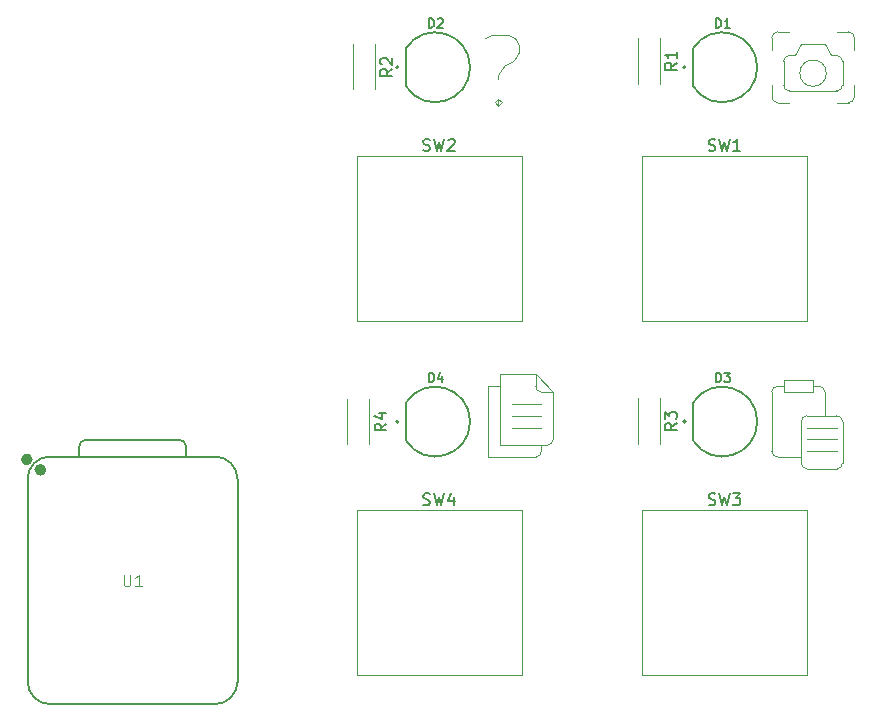
<source format=gbr>
%TF.GenerationSoftware,KiCad,Pcbnew,9.0.6*%
%TF.CreationDate,2025-11-18T20:58:22+00:00*%
%TF.ProjectId,pathfinderKey-Cuts,70617468-6669-46e6-9465-724b65792d43,rev?*%
%TF.SameCoordinates,Original*%
%TF.FileFunction,Legend,Top*%
%TF.FilePolarity,Positive*%
%FSLAX46Y46*%
G04 Gerber Fmt 4.6, Leading zero omitted, Abs format (unit mm)*
G04 Created by KiCad (PCBNEW 9.0.6) date 2025-11-18 20:58:22*
%MOMM*%
%LPD*%
G01*
G04 APERTURE LIST*
%ADD10C,0.100000*%
%ADD11C,0.150000*%
%ADD12C,0.101600*%
%ADD13C,0.120000*%
%ADD14C,0.127000*%
%ADD15C,0.200000*%
%ADD16C,0.504000*%
G04 APERTURE END LIST*
D10*
X192500000Y-117500000D02*
X194000000Y-117500000D01*
X191500000Y-85000000D02*
X193500000Y-85000000D01*
X194500000Y-117500000D02*
X194000000Y-117500000D01*
X195000000Y-87000000D02*
X195000000Y-86500000D01*
X170500000Y-118000000D02*
X170500000Y-118500000D01*
X189000000Y-84500000D02*
X189000000Y-85500000D01*
X193618034Y-87500000D02*
G75*
G02*
X191381966Y-87500000I-1118034J0D01*
G01*
X191381966Y-87500000D02*
G75*
G02*
X193618034Y-87500000I1118034J0D01*
G01*
X191500000Y-117000000D02*
G75*
G02*
X192000000Y-116500000I500000J0D01*
G01*
X195000000Y-120000000D02*
X195000000Y-120500000D01*
X166000000Y-114000000D02*
X166000000Y-113000000D01*
X190000000Y-114500000D02*
X190000000Y-113500000D01*
X192000000Y-121000000D02*
G75*
G02*
X191500000Y-120500000I0J500000D01*
G01*
X193500000Y-116500000D02*
X192000000Y-116500000D01*
X193500000Y-114500000D02*
X193500000Y-116500000D01*
X166000000Y-115000000D02*
X166000000Y-119000000D01*
X194500000Y-116500000D02*
G75*
G02*
X195000000Y-117000000I0J-500000D01*
G01*
X189000000Y-88500000D02*
X189000000Y-89500000D01*
X190000000Y-113500000D02*
X191500000Y-113500000D01*
X169500000Y-119000000D02*
X169500000Y-119500000D01*
X193500000Y-85000000D02*
X194000000Y-86000000D01*
X166000000Y-113000000D02*
X169000000Y-113000000D01*
X192500000Y-114000000D02*
X193000000Y-114000000D01*
X194500000Y-119500000D02*
X194000000Y-119500000D01*
X195000000Y-88500000D02*
G75*
G02*
X194500000Y-89000000I-500000J0D01*
G01*
X192500000Y-113500000D02*
X192500000Y-114500000D01*
X190500000Y-89000000D02*
G75*
G02*
X190000000Y-88500000I0J500000D01*
G01*
X192500000Y-118500000D02*
X194000000Y-118500000D01*
X170500000Y-118500000D02*
G75*
G02*
X170000000Y-119000000I-500000J0D01*
G01*
X189500000Y-90000000D02*
X190500000Y-90000000D01*
X169000000Y-113500000D02*
X169000000Y-114000000D01*
X194500000Y-118500000D02*
X194000000Y-118500000D01*
X189500000Y-120000000D02*
X191500000Y-120000000D01*
X195000000Y-120500000D02*
G75*
G02*
X194500000Y-121000000I-500000J0D01*
G01*
X196000000Y-88500000D02*
X196000000Y-89500000D01*
X192000000Y-119500000D02*
X192500000Y-119500000D01*
X195500000Y-84000000D02*
G75*
G02*
X196000000Y-84500000I0J-500000D01*
G01*
X165000000Y-114000000D02*
X165000000Y-120000000D01*
X169000000Y-113000000D02*
X169000000Y-113500000D01*
X167000000Y-116500000D02*
X169500000Y-116500000D01*
X191000000Y-86000000D02*
X191500000Y-85000000D01*
X166000000Y-113000000D02*
X166000000Y-114000000D01*
X189000000Y-114500000D02*
G75*
G02*
X189500000Y-114000000I500000J0D01*
G01*
X196000000Y-84500000D02*
X196000000Y-85500000D01*
X170500000Y-118000000D02*
X170500000Y-114500000D01*
X189500000Y-114000000D02*
X190000000Y-114000000D01*
X189500000Y-90000000D02*
G75*
G02*
X189000000Y-89500000I0J500000D01*
G01*
X190000000Y-86500000D02*
G75*
G02*
X190500000Y-86000000I500000J0D01*
G01*
X167000000Y-115500000D02*
X169500000Y-115500000D01*
X170000000Y-114500000D02*
X169500000Y-114500000D01*
X193500000Y-116500000D02*
X194500000Y-116500000D01*
X192000000Y-117500000D02*
X192500000Y-117500000D01*
X191500000Y-113500000D02*
X192500000Y-113500000D01*
X169500000Y-119500000D02*
X169500000Y-119000000D01*
X195500000Y-90000000D02*
X194500000Y-90000000D01*
X193000000Y-114000000D02*
G75*
G02*
X193500000Y-114500000I0J-500000D01*
G01*
X194000000Y-86000000D02*
X194500000Y-86000000D01*
X192500000Y-119500000D02*
X194000000Y-119500000D01*
X170000000Y-119000000D02*
X169500000Y-119000000D01*
X165000000Y-120000000D02*
X168500000Y-120000000D01*
X192000000Y-118500000D02*
X192500000Y-118500000D01*
X195000000Y-117000000D02*
X195000000Y-120000000D01*
X169500000Y-114500000D02*
G75*
G02*
X169000000Y-114000000I0J500000D01*
G01*
X190500000Y-86000000D02*
X191000000Y-86000000D01*
X165000000Y-114000000D02*
X166000000Y-114000000D01*
X166000000Y-115000000D02*
X166000000Y-114000000D01*
X190000000Y-87000000D02*
X190000000Y-88500000D01*
X195000000Y-87000000D02*
X195000000Y-88500000D01*
X194500000Y-86000000D02*
G75*
G02*
X195000000Y-86500000I0J-500000D01*
G01*
X191500000Y-120000000D02*
X191500000Y-117000000D01*
X166000000Y-119000000D02*
X169500000Y-119000000D01*
X195500000Y-84000000D02*
X195000000Y-84000000D01*
X189000000Y-84500000D02*
G75*
G02*
X189500000Y-84000000I500000J0D01*
G01*
X194500000Y-84000000D02*
X195000000Y-84000000D01*
X190500000Y-89000000D02*
X194500000Y-89000000D01*
X191500000Y-120000000D02*
X191500000Y-120500000D01*
X167000000Y-117500000D02*
X169500000Y-117500000D01*
X192500000Y-114500000D02*
X190000000Y-114500000D01*
X169500000Y-119500000D02*
G75*
G02*
X169000000Y-120000000I-500000J0D01*
G01*
X189500000Y-120000000D02*
G75*
G02*
X189000000Y-119500000I0J500000D01*
G01*
X190000000Y-87000000D02*
X190000000Y-86500000D01*
X190500000Y-84000000D02*
X189500000Y-84000000D01*
X168500000Y-120000000D02*
X169000000Y-120000000D01*
X196000000Y-89500000D02*
G75*
G02*
X195500000Y-90000000I-500000J0D01*
G01*
X169000000Y-113000000D02*
X170500000Y-114500000D01*
X189000000Y-114500000D02*
X189000000Y-119500000D01*
X170500000Y-114500000D02*
X170000000Y-114500000D01*
X192000000Y-121000000D02*
X194500000Y-121000000D01*
X165851503Y-89689085D02*
X166137217Y-89974800D01*
X166137217Y-89974800D02*
X165851503Y-90260514D01*
X165851503Y-90260514D02*
X165565789Y-89974800D01*
X165565789Y-89974800D02*
X165851503Y-89689085D01*
X165851503Y-89689085D02*
X165851503Y-90260514D01*
X164708646Y-84546228D02*
X165280074Y-84260514D01*
X165280074Y-84260514D02*
X166708646Y-84260514D01*
X166708646Y-84260514D02*
X167280074Y-84546228D01*
X167280074Y-84546228D02*
X167565789Y-85117657D01*
X167565789Y-85117657D02*
X167565789Y-85689085D01*
X167565789Y-85689085D02*
X167280074Y-86260514D01*
X167280074Y-86260514D02*
X166994360Y-86546228D01*
X166994360Y-86546228D02*
X166422931Y-86831942D01*
X166422931Y-86831942D02*
X166137217Y-87117657D01*
X166137217Y-87117657D02*
X165851503Y-87689085D01*
X165851503Y-87689085D02*
X165851503Y-87974800D01*
D11*
X156874819Y-87126666D02*
X156398628Y-87459999D01*
X156874819Y-87698094D02*
X155874819Y-87698094D01*
X155874819Y-87698094D02*
X155874819Y-87317142D01*
X155874819Y-87317142D02*
X155922438Y-87221904D01*
X155922438Y-87221904D02*
X155970057Y-87174285D01*
X155970057Y-87174285D02*
X156065295Y-87126666D01*
X156065295Y-87126666D02*
X156208152Y-87126666D01*
X156208152Y-87126666D02*
X156303390Y-87174285D01*
X156303390Y-87174285D02*
X156351009Y-87221904D01*
X156351009Y-87221904D02*
X156398628Y-87317142D01*
X156398628Y-87317142D02*
X156398628Y-87698094D01*
X155970057Y-86745713D02*
X155922438Y-86698094D01*
X155922438Y-86698094D02*
X155874819Y-86602856D01*
X155874819Y-86602856D02*
X155874819Y-86364761D01*
X155874819Y-86364761D02*
X155922438Y-86269523D01*
X155922438Y-86269523D02*
X155970057Y-86221904D01*
X155970057Y-86221904D02*
X156065295Y-86174285D01*
X156065295Y-86174285D02*
X156160533Y-86174285D01*
X156160533Y-86174285D02*
X156303390Y-86221904D01*
X156303390Y-86221904D02*
X156874819Y-86793332D01*
X156874819Y-86793332D02*
X156874819Y-86174285D01*
X180954819Y-117126666D02*
X180478628Y-117459999D01*
X180954819Y-117698094D02*
X179954819Y-117698094D01*
X179954819Y-117698094D02*
X179954819Y-117317142D01*
X179954819Y-117317142D02*
X180002438Y-117221904D01*
X180002438Y-117221904D02*
X180050057Y-117174285D01*
X180050057Y-117174285D02*
X180145295Y-117126666D01*
X180145295Y-117126666D02*
X180288152Y-117126666D01*
X180288152Y-117126666D02*
X180383390Y-117174285D01*
X180383390Y-117174285D02*
X180431009Y-117221904D01*
X180431009Y-117221904D02*
X180478628Y-117317142D01*
X180478628Y-117317142D02*
X180478628Y-117698094D01*
X179954819Y-116793332D02*
X179954819Y-116174285D01*
X179954819Y-116174285D02*
X180335771Y-116507618D01*
X180335771Y-116507618D02*
X180335771Y-116364761D01*
X180335771Y-116364761D02*
X180383390Y-116269523D01*
X180383390Y-116269523D02*
X180431009Y-116221904D01*
X180431009Y-116221904D02*
X180526247Y-116174285D01*
X180526247Y-116174285D02*
X180764342Y-116174285D01*
X180764342Y-116174285D02*
X180859580Y-116221904D01*
X180859580Y-116221904D02*
X180907200Y-116269523D01*
X180907200Y-116269523D02*
X180954819Y-116364761D01*
X180954819Y-116364761D02*
X180954819Y-116650475D01*
X180954819Y-116650475D02*
X180907200Y-116745713D01*
X180907200Y-116745713D02*
X180859580Y-116793332D01*
X183666667Y-94033200D02*
X183809524Y-94080819D01*
X183809524Y-94080819D02*
X184047619Y-94080819D01*
X184047619Y-94080819D02*
X184142857Y-94033200D01*
X184142857Y-94033200D02*
X184190476Y-93985580D01*
X184190476Y-93985580D02*
X184238095Y-93890342D01*
X184238095Y-93890342D02*
X184238095Y-93795104D01*
X184238095Y-93795104D02*
X184190476Y-93699866D01*
X184190476Y-93699866D02*
X184142857Y-93652247D01*
X184142857Y-93652247D02*
X184047619Y-93604628D01*
X184047619Y-93604628D02*
X183857143Y-93557009D01*
X183857143Y-93557009D02*
X183761905Y-93509390D01*
X183761905Y-93509390D02*
X183714286Y-93461771D01*
X183714286Y-93461771D02*
X183666667Y-93366533D01*
X183666667Y-93366533D02*
X183666667Y-93271295D01*
X183666667Y-93271295D02*
X183714286Y-93176057D01*
X183714286Y-93176057D02*
X183761905Y-93128438D01*
X183761905Y-93128438D02*
X183857143Y-93080819D01*
X183857143Y-93080819D02*
X184095238Y-93080819D01*
X184095238Y-93080819D02*
X184238095Y-93128438D01*
X184571429Y-93080819D02*
X184809524Y-94080819D01*
X184809524Y-94080819D02*
X185000000Y-93366533D01*
X185000000Y-93366533D02*
X185190476Y-94080819D01*
X185190476Y-94080819D02*
X185428572Y-93080819D01*
X186333333Y-94080819D02*
X185761905Y-94080819D01*
X186047619Y-94080819D02*
X186047619Y-93080819D01*
X186047619Y-93080819D02*
X185952381Y-93223676D01*
X185952381Y-93223676D02*
X185857143Y-93318914D01*
X185857143Y-93318914D02*
X185761905Y-93366533D01*
X159949524Y-83654295D02*
X159949524Y-82854295D01*
X159949524Y-82854295D02*
X160140000Y-82854295D01*
X160140000Y-82854295D02*
X160254286Y-82892390D01*
X160254286Y-82892390D02*
X160330476Y-82968580D01*
X160330476Y-82968580D02*
X160368571Y-83044771D01*
X160368571Y-83044771D02*
X160406667Y-83197152D01*
X160406667Y-83197152D02*
X160406667Y-83311438D01*
X160406667Y-83311438D02*
X160368571Y-83463819D01*
X160368571Y-83463819D02*
X160330476Y-83540009D01*
X160330476Y-83540009D02*
X160254286Y-83616200D01*
X160254286Y-83616200D02*
X160140000Y-83654295D01*
X160140000Y-83654295D02*
X159949524Y-83654295D01*
X160711428Y-82930485D02*
X160749524Y-82892390D01*
X160749524Y-82892390D02*
X160825714Y-82854295D01*
X160825714Y-82854295D02*
X161016190Y-82854295D01*
X161016190Y-82854295D02*
X161092381Y-82892390D01*
X161092381Y-82892390D02*
X161130476Y-82930485D01*
X161130476Y-82930485D02*
X161168571Y-83006676D01*
X161168571Y-83006676D02*
X161168571Y-83082866D01*
X161168571Y-83082866D02*
X161130476Y-83197152D01*
X161130476Y-83197152D02*
X160673333Y-83654295D01*
X160673333Y-83654295D02*
X161168571Y-83654295D01*
X183666667Y-124033200D02*
X183809524Y-124080819D01*
X183809524Y-124080819D02*
X184047619Y-124080819D01*
X184047619Y-124080819D02*
X184142857Y-124033200D01*
X184142857Y-124033200D02*
X184190476Y-123985580D01*
X184190476Y-123985580D02*
X184238095Y-123890342D01*
X184238095Y-123890342D02*
X184238095Y-123795104D01*
X184238095Y-123795104D02*
X184190476Y-123699866D01*
X184190476Y-123699866D02*
X184142857Y-123652247D01*
X184142857Y-123652247D02*
X184047619Y-123604628D01*
X184047619Y-123604628D02*
X183857143Y-123557009D01*
X183857143Y-123557009D02*
X183761905Y-123509390D01*
X183761905Y-123509390D02*
X183714286Y-123461771D01*
X183714286Y-123461771D02*
X183666667Y-123366533D01*
X183666667Y-123366533D02*
X183666667Y-123271295D01*
X183666667Y-123271295D02*
X183714286Y-123176057D01*
X183714286Y-123176057D02*
X183761905Y-123128438D01*
X183761905Y-123128438D02*
X183857143Y-123080819D01*
X183857143Y-123080819D02*
X184095238Y-123080819D01*
X184095238Y-123080819D02*
X184238095Y-123128438D01*
X184571429Y-123080819D02*
X184809524Y-124080819D01*
X184809524Y-124080819D02*
X185000000Y-123366533D01*
X185000000Y-123366533D02*
X185190476Y-124080819D01*
X185190476Y-124080819D02*
X185428572Y-123080819D01*
X185714286Y-123080819D02*
X186333333Y-123080819D01*
X186333333Y-123080819D02*
X186000000Y-123461771D01*
X186000000Y-123461771D02*
X186142857Y-123461771D01*
X186142857Y-123461771D02*
X186238095Y-123509390D01*
X186238095Y-123509390D02*
X186285714Y-123557009D01*
X186285714Y-123557009D02*
X186333333Y-123652247D01*
X186333333Y-123652247D02*
X186333333Y-123890342D01*
X186333333Y-123890342D02*
X186285714Y-123985580D01*
X186285714Y-123985580D02*
X186238095Y-124033200D01*
X186238095Y-124033200D02*
X186142857Y-124080819D01*
X186142857Y-124080819D02*
X185857143Y-124080819D01*
X185857143Y-124080819D02*
X185761905Y-124033200D01*
X185761905Y-124033200D02*
X185714286Y-123985580D01*
X159495667Y-124033200D02*
X159638524Y-124080819D01*
X159638524Y-124080819D02*
X159876619Y-124080819D01*
X159876619Y-124080819D02*
X159971857Y-124033200D01*
X159971857Y-124033200D02*
X160019476Y-123985580D01*
X160019476Y-123985580D02*
X160067095Y-123890342D01*
X160067095Y-123890342D02*
X160067095Y-123795104D01*
X160067095Y-123795104D02*
X160019476Y-123699866D01*
X160019476Y-123699866D02*
X159971857Y-123652247D01*
X159971857Y-123652247D02*
X159876619Y-123604628D01*
X159876619Y-123604628D02*
X159686143Y-123557009D01*
X159686143Y-123557009D02*
X159590905Y-123509390D01*
X159590905Y-123509390D02*
X159543286Y-123461771D01*
X159543286Y-123461771D02*
X159495667Y-123366533D01*
X159495667Y-123366533D02*
X159495667Y-123271295D01*
X159495667Y-123271295D02*
X159543286Y-123176057D01*
X159543286Y-123176057D02*
X159590905Y-123128438D01*
X159590905Y-123128438D02*
X159686143Y-123080819D01*
X159686143Y-123080819D02*
X159924238Y-123080819D01*
X159924238Y-123080819D02*
X160067095Y-123128438D01*
X160400429Y-123080819D02*
X160638524Y-124080819D01*
X160638524Y-124080819D02*
X160829000Y-123366533D01*
X160829000Y-123366533D02*
X161019476Y-124080819D01*
X161019476Y-124080819D02*
X161257572Y-123080819D01*
X162067095Y-123414152D02*
X162067095Y-124080819D01*
X161829000Y-123033200D02*
X161590905Y-123747485D01*
X161590905Y-123747485D02*
X162209952Y-123747485D01*
X180954819Y-86626666D02*
X180478628Y-86959999D01*
X180954819Y-87198094D02*
X179954819Y-87198094D01*
X179954819Y-87198094D02*
X179954819Y-86817142D01*
X179954819Y-86817142D02*
X180002438Y-86721904D01*
X180002438Y-86721904D02*
X180050057Y-86674285D01*
X180050057Y-86674285D02*
X180145295Y-86626666D01*
X180145295Y-86626666D02*
X180288152Y-86626666D01*
X180288152Y-86626666D02*
X180383390Y-86674285D01*
X180383390Y-86674285D02*
X180431009Y-86721904D01*
X180431009Y-86721904D02*
X180478628Y-86817142D01*
X180478628Y-86817142D02*
X180478628Y-87198094D01*
X180954819Y-85674285D02*
X180954819Y-86245713D01*
X180954819Y-85959999D02*
X179954819Y-85959999D01*
X179954819Y-85959999D02*
X180097676Y-86055237D01*
X180097676Y-86055237D02*
X180192914Y-86150475D01*
X180192914Y-86150475D02*
X180240533Y-86245713D01*
X159949524Y-113654295D02*
X159949524Y-112854295D01*
X159949524Y-112854295D02*
X160140000Y-112854295D01*
X160140000Y-112854295D02*
X160254286Y-112892390D01*
X160254286Y-112892390D02*
X160330476Y-112968580D01*
X160330476Y-112968580D02*
X160368571Y-113044771D01*
X160368571Y-113044771D02*
X160406667Y-113197152D01*
X160406667Y-113197152D02*
X160406667Y-113311438D01*
X160406667Y-113311438D02*
X160368571Y-113463819D01*
X160368571Y-113463819D02*
X160330476Y-113540009D01*
X160330476Y-113540009D02*
X160254286Y-113616200D01*
X160254286Y-113616200D02*
X160140000Y-113654295D01*
X160140000Y-113654295D02*
X159949524Y-113654295D01*
X161092381Y-113120961D02*
X161092381Y-113654295D01*
X160901905Y-112816200D02*
X160711428Y-113387628D01*
X160711428Y-113387628D02*
X161206667Y-113387628D01*
X159495667Y-94033200D02*
X159638524Y-94080819D01*
X159638524Y-94080819D02*
X159876619Y-94080819D01*
X159876619Y-94080819D02*
X159971857Y-94033200D01*
X159971857Y-94033200D02*
X160019476Y-93985580D01*
X160019476Y-93985580D02*
X160067095Y-93890342D01*
X160067095Y-93890342D02*
X160067095Y-93795104D01*
X160067095Y-93795104D02*
X160019476Y-93699866D01*
X160019476Y-93699866D02*
X159971857Y-93652247D01*
X159971857Y-93652247D02*
X159876619Y-93604628D01*
X159876619Y-93604628D02*
X159686143Y-93557009D01*
X159686143Y-93557009D02*
X159590905Y-93509390D01*
X159590905Y-93509390D02*
X159543286Y-93461771D01*
X159543286Y-93461771D02*
X159495667Y-93366533D01*
X159495667Y-93366533D02*
X159495667Y-93271295D01*
X159495667Y-93271295D02*
X159543286Y-93176057D01*
X159543286Y-93176057D02*
X159590905Y-93128438D01*
X159590905Y-93128438D02*
X159686143Y-93080819D01*
X159686143Y-93080819D02*
X159924238Y-93080819D01*
X159924238Y-93080819D02*
X160067095Y-93128438D01*
X160400429Y-93080819D02*
X160638524Y-94080819D01*
X160638524Y-94080819D02*
X160829000Y-93366533D01*
X160829000Y-93366533D02*
X161019476Y-94080819D01*
X161019476Y-94080819D02*
X161257572Y-93080819D01*
X161590905Y-93176057D02*
X161638524Y-93128438D01*
X161638524Y-93128438D02*
X161733762Y-93080819D01*
X161733762Y-93080819D02*
X161971857Y-93080819D01*
X161971857Y-93080819D02*
X162067095Y-93128438D01*
X162067095Y-93128438D02*
X162114714Y-93176057D01*
X162114714Y-93176057D02*
X162162333Y-93271295D01*
X162162333Y-93271295D02*
X162162333Y-93366533D01*
X162162333Y-93366533D02*
X162114714Y-93509390D01*
X162114714Y-93509390D02*
X161543286Y-94080819D01*
X161543286Y-94080819D02*
X162162333Y-94080819D01*
D12*
X134118095Y-129957335D02*
X134118095Y-130766858D01*
X134118095Y-130766858D02*
X134165714Y-130862096D01*
X134165714Y-130862096D02*
X134213333Y-130909716D01*
X134213333Y-130909716D02*
X134308571Y-130957335D01*
X134308571Y-130957335D02*
X134499047Y-130957335D01*
X134499047Y-130957335D02*
X134594285Y-130909716D01*
X134594285Y-130909716D02*
X134641904Y-130862096D01*
X134641904Y-130862096D02*
X134689523Y-130766858D01*
X134689523Y-130766858D02*
X134689523Y-129957335D01*
X135689523Y-130957335D02*
X135118095Y-130957335D01*
X135403809Y-130957335D02*
X135403809Y-129957335D01*
X135403809Y-129957335D02*
X135308571Y-130100192D01*
X135308571Y-130100192D02*
X135213333Y-130195430D01*
X135213333Y-130195430D02*
X135118095Y-130243049D01*
D11*
X184259524Y-113654295D02*
X184259524Y-112854295D01*
X184259524Y-112854295D02*
X184450000Y-112854295D01*
X184450000Y-112854295D02*
X184564286Y-112892390D01*
X184564286Y-112892390D02*
X184640476Y-112968580D01*
X184640476Y-112968580D02*
X184678571Y-113044771D01*
X184678571Y-113044771D02*
X184716667Y-113197152D01*
X184716667Y-113197152D02*
X184716667Y-113311438D01*
X184716667Y-113311438D02*
X184678571Y-113463819D01*
X184678571Y-113463819D02*
X184640476Y-113540009D01*
X184640476Y-113540009D02*
X184564286Y-113616200D01*
X184564286Y-113616200D02*
X184450000Y-113654295D01*
X184450000Y-113654295D02*
X184259524Y-113654295D01*
X184983333Y-112854295D02*
X185478571Y-112854295D01*
X185478571Y-112854295D02*
X185211905Y-113159057D01*
X185211905Y-113159057D02*
X185326190Y-113159057D01*
X185326190Y-113159057D02*
X185402381Y-113197152D01*
X185402381Y-113197152D02*
X185440476Y-113235247D01*
X185440476Y-113235247D02*
X185478571Y-113311438D01*
X185478571Y-113311438D02*
X185478571Y-113501914D01*
X185478571Y-113501914D02*
X185440476Y-113578104D01*
X185440476Y-113578104D02*
X185402381Y-113616200D01*
X185402381Y-113616200D02*
X185326190Y-113654295D01*
X185326190Y-113654295D02*
X185097619Y-113654295D01*
X185097619Y-113654295D02*
X185021428Y-113616200D01*
X185021428Y-113616200D02*
X184983333Y-113578104D01*
X156374819Y-117166666D02*
X155898628Y-117499999D01*
X156374819Y-117738094D02*
X155374819Y-117738094D01*
X155374819Y-117738094D02*
X155374819Y-117357142D01*
X155374819Y-117357142D02*
X155422438Y-117261904D01*
X155422438Y-117261904D02*
X155470057Y-117214285D01*
X155470057Y-117214285D02*
X155565295Y-117166666D01*
X155565295Y-117166666D02*
X155708152Y-117166666D01*
X155708152Y-117166666D02*
X155803390Y-117214285D01*
X155803390Y-117214285D02*
X155851009Y-117261904D01*
X155851009Y-117261904D02*
X155898628Y-117357142D01*
X155898628Y-117357142D02*
X155898628Y-117738094D01*
X155708152Y-116309523D02*
X156374819Y-116309523D01*
X155327200Y-116547618D02*
X156041485Y-116785713D01*
X156041485Y-116785713D02*
X156041485Y-116166666D01*
X184259524Y-83654295D02*
X184259524Y-82854295D01*
X184259524Y-82854295D02*
X184450000Y-82854295D01*
X184450000Y-82854295D02*
X184564286Y-82892390D01*
X184564286Y-82892390D02*
X184640476Y-82968580D01*
X184640476Y-82968580D02*
X184678571Y-83044771D01*
X184678571Y-83044771D02*
X184716667Y-83197152D01*
X184716667Y-83197152D02*
X184716667Y-83311438D01*
X184716667Y-83311438D02*
X184678571Y-83463819D01*
X184678571Y-83463819D02*
X184640476Y-83540009D01*
X184640476Y-83540009D02*
X184564286Y-83616200D01*
X184564286Y-83616200D02*
X184450000Y-83654295D01*
X184450000Y-83654295D02*
X184259524Y-83654295D01*
X185478571Y-83654295D02*
X185021428Y-83654295D01*
X185250000Y-83654295D02*
X185250000Y-82854295D01*
X185250000Y-82854295D02*
X185173809Y-82968580D01*
X185173809Y-82968580D02*
X185097619Y-83044771D01*
X185097619Y-83044771D02*
X185021428Y-83082866D01*
D13*
%TO.C,R2*%
X153580000Y-85040000D02*
X153580000Y-88880000D01*
X155420000Y-85040000D02*
X155420000Y-88880000D01*
%TO.C,R3*%
X177660000Y-115040000D02*
X177660000Y-118880000D01*
X179500000Y-115040000D02*
X179500000Y-118880000D01*
%TO.C,SW1*%
X178015000Y-94515000D02*
X191985000Y-94515000D01*
X178015000Y-108485000D02*
X178015000Y-94515000D01*
X191985000Y-94515000D02*
X191985000Y-108485000D01*
X191985000Y-108485000D02*
X178015000Y-108485000D01*
D14*
%TO.C,D2*%
X158000000Y-85434000D02*
X158000000Y-88566000D01*
X158000000Y-85434000D02*
G75*
G02*
X158000000Y-88566000I2506124J-1566000D01*
G01*
D15*
X157400000Y-87000000D02*
G75*
G02*
X157200000Y-87000000I-100000J0D01*
G01*
X157200000Y-87000000D02*
G75*
G02*
X157400000Y-87000000I100000J0D01*
G01*
D13*
%TO.C,SW3*%
X178015000Y-124515000D02*
X191985000Y-124515000D01*
X178015000Y-138485000D02*
X178015000Y-124515000D01*
X191985000Y-124515000D02*
X191985000Y-138485000D01*
X191985000Y-138485000D02*
X178015000Y-138485000D01*
%TO.C,SW4*%
X153844000Y-124515000D02*
X167814000Y-124515000D01*
X153844000Y-138485000D02*
X153844000Y-124515000D01*
X167814000Y-124515000D02*
X167814000Y-138485000D01*
X167814000Y-138485000D02*
X153844000Y-138485000D01*
%TO.C,R1*%
X177660000Y-84540000D02*
X177660000Y-88380000D01*
X179500000Y-84540000D02*
X179500000Y-88380000D01*
D14*
%TO.C,D4*%
X158000000Y-115434000D02*
X158000000Y-118566000D01*
X158000000Y-115434000D02*
G75*
G02*
X158000000Y-118566000I2506124J-1566000D01*
G01*
D15*
X157400000Y-117000000D02*
G75*
G02*
X157200000Y-117000000I-100000J0D01*
G01*
X157200000Y-117000000D02*
G75*
G02*
X157400000Y-117000000I100000J0D01*
G01*
D13*
%TO.C,SW2*%
X153844000Y-94515000D02*
X167814000Y-94515000D01*
X153844000Y-108485000D02*
X153844000Y-94515000D01*
X167814000Y-94515000D02*
X167814000Y-108485000D01*
X167814000Y-108485000D02*
X153844000Y-108485000D01*
D14*
%TO.C,U1*%
X125990000Y-139009000D02*
X125990000Y-121864000D01*
X127895000Y-140914000D02*
X141865000Y-140914000D01*
X130385000Y-119959000D02*
X130388728Y-119048728D01*
X130888728Y-118549000D02*
X138884000Y-118549000D01*
X139384000Y-119049000D02*
X139384000Y-119959000D01*
D10*
X141865000Y-119959000D02*
X127895000Y-119959000D01*
D14*
X141865000Y-119959000D02*
X127895000Y-119959000D01*
X143770000Y-139009000D02*
X143770000Y-121864000D01*
X125990000Y-121864000D02*
G75*
G02*
X127895000Y-119959000I1905001J-1D01*
G01*
X127895000Y-140914000D02*
G75*
G02*
X125990000Y-139009000I1J1905001D01*
G01*
X130388728Y-119048728D02*
G75*
G02*
X130888728Y-118549001I500018J-291D01*
G01*
X138884000Y-118549000D02*
G75*
G02*
X139384000Y-119049000I0J-500000D01*
G01*
X141865000Y-119959000D02*
G75*
G02*
X143770000Y-121864000I0J-1905000D01*
G01*
X143770000Y-139009000D02*
G75*
G02*
X141865000Y-140914000I-1905000J0D01*
G01*
D16*
X126182000Y-120200000D02*
G75*
G02*
X125678000Y-120200000I-252000J0D01*
G01*
X125678000Y-120200000D02*
G75*
G02*
X126182000Y-120200000I252000J0D01*
G01*
X127325000Y-121080000D02*
G75*
G02*
X126821000Y-121080000I-252000J0D01*
G01*
X126821000Y-121080000D02*
G75*
G02*
X127325000Y-121080000I252000J0D01*
G01*
D14*
%TO.C,D3*%
X182310000Y-115434000D02*
X182310000Y-118566000D01*
X182310000Y-115434000D02*
G75*
G02*
X182310000Y-118566000I2506124J-1566000D01*
G01*
D15*
X181710000Y-117000000D02*
G75*
G02*
X181510000Y-117000000I-100000J0D01*
G01*
X181510000Y-117000000D02*
G75*
G02*
X181710000Y-117000000I100000J0D01*
G01*
D13*
%TO.C,R4*%
X153080000Y-115080000D02*
X153080000Y-118920000D01*
X154920000Y-115080000D02*
X154920000Y-118920000D01*
D14*
%TO.C,D1*%
X182310000Y-85434000D02*
X182310000Y-88566000D01*
X182310000Y-85434000D02*
G75*
G02*
X182310000Y-88566000I2506124J-1566000D01*
G01*
D15*
X181710000Y-87000000D02*
G75*
G02*
X181510000Y-87000000I-100000J0D01*
G01*
X181510000Y-87000000D02*
G75*
G02*
X181710000Y-87000000I100000J0D01*
G01*
%TD*%
M02*

</source>
